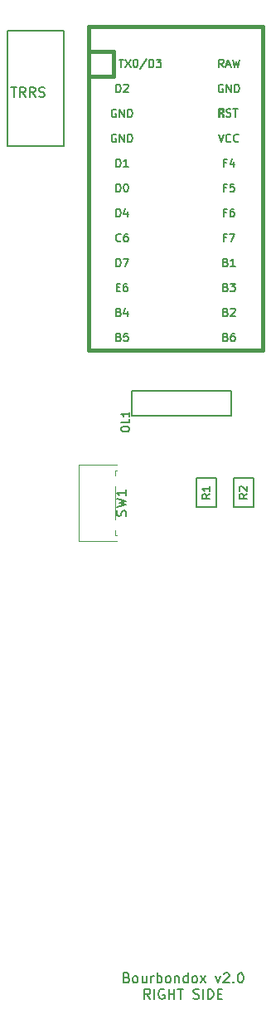
<source format=gto>
G04 #@! TF.GenerationSoftware,KiCad,Pcbnew,5.1.10*
G04 #@! TF.CreationDate,2022-03-09T15:20:40-05:00*
G04 #@! TF.ProjectId,bourbondox2_right,626f7572-626f-46e6-946f-78325f726967,rev?*
G04 #@! TF.SameCoordinates,Original*
G04 #@! TF.FileFunction,Legend,Top*
G04 #@! TF.FilePolarity,Positive*
%FSLAX46Y46*%
G04 Gerber Fmt 4.6, Leading zero omitted, Abs format (unit mm)*
G04 Created by KiCad (PCBNEW 5.1.10) date 2022-03-09 15:20:40*
%MOMM*%
%LPD*%
G01*
G04 APERTURE LIST*
%ADD10C,0.150000*%
%ADD11C,0.381000*%
%ADD12C,0.120000*%
G04 APERTURE END LIST*
D10*
X61706845Y-125309821D02*
X61849702Y-125357440D01*
X61897321Y-125405059D01*
X61944940Y-125500297D01*
X61944940Y-125643154D01*
X61897321Y-125738392D01*
X61849702Y-125786011D01*
X61754464Y-125833630D01*
X61373511Y-125833630D01*
X61373511Y-124833630D01*
X61706845Y-124833630D01*
X61802083Y-124881250D01*
X61849702Y-124928869D01*
X61897321Y-125024107D01*
X61897321Y-125119345D01*
X61849702Y-125214583D01*
X61802083Y-125262202D01*
X61706845Y-125309821D01*
X61373511Y-125309821D01*
X62516369Y-125833630D02*
X62421130Y-125786011D01*
X62373511Y-125738392D01*
X62325892Y-125643154D01*
X62325892Y-125357440D01*
X62373511Y-125262202D01*
X62421130Y-125214583D01*
X62516369Y-125166964D01*
X62659226Y-125166964D01*
X62754464Y-125214583D01*
X62802083Y-125262202D01*
X62849702Y-125357440D01*
X62849702Y-125643154D01*
X62802083Y-125738392D01*
X62754464Y-125786011D01*
X62659226Y-125833630D01*
X62516369Y-125833630D01*
X63706845Y-125166964D02*
X63706845Y-125833630D01*
X63278273Y-125166964D02*
X63278273Y-125690773D01*
X63325892Y-125786011D01*
X63421130Y-125833630D01*
X63563988Y-125833630D01*
X63659226Y-125786011D01*
X63706845Y-125738392D01*
X64183035Y-125833630D02*
X64183035Y-125166964D01*
X64183035Y-125357440D02*
X64230654Y-125262202D01*
X64278273Y-125214583D01*
X64373511Y-125166964D01*
X64468750Y-125166964D01*
X64802083Y-125833630D02*
X64802083Y-124833630D01*
X64802083Y-125214583D02*
X64897321Y-125166964D01*
X65087797Y-125166964D01*
X65183035Y-125214583D01*
X65230654Y-125262202D01*
X65278273Y-125357440D01*
X65278273Y-125643154D01*
X65230654Y-125738392D01*
X65183035Y-125786011D01*
X65087797Y-125833630D01*
X64897321Y-125833630D01*
X64802083Y-125786011D01*
X65849702Y-125833630D02*
X65754464Y-125786011D01*
X65706845Y-125738392D01*
X65659226Y-125643154D01*
X65659226Y-125357440D01*
X65706845Y-125262202D01*
X65754464Y-125214583D01*
X65849702Y-125166964D01*
X65992559Y-125166964D01*
X66087797Y-125214583D01*
X66135416Y-125262202D01*
X66183035Y-125357440D01*
X66183035Y-125643154D01*
X66135416Y-125738392D01*
X66087797Y-125786011D01*
X65992559Y-125833630D01*
X65849702Y-125833630D01*
X66611607Y-125166964D02*
X66611607Y-125833630D01*
X66611607Y-125262202D02*
X66659226Y-125214583D01*
X66754464Y-125166964D01*
X66897321Y-125166964D01*
X66992559Y-125214583D01*
X67040178Y-125309821D01*
X67040178Y-125833630D01*
X67944940Y-125833630D02*
X67944940Y-124833630D01*
X67944940Y-125786011D02*
X67849702Y-125833630D01*
X67659226Y-125833630D01*
X67563988Y-125786011D01*
X67516369Y-125738392D01*
X67468750Y-125643154D01*
X67468750Y-125357440D01*
X67516369Y-125262202D01*
X67563988Y-125214583D01*
X67659226Y-125166964D01*
X67849702Y-125166964D01*
X67944940Y-125214583D01*
X68563988Y-125833630D02*
X68468750Y-125786011D01*
X68421130Y-125738392D01*
X68373511Y-125643154D01*
X68373511Y-125357440D01*
X68421130Y-125262202D01*
X68468750Y-125214583D01*
X68563988Y-125166964D01*
X68706845Y-125166964D01*
X68802083Y-125214583D01*
X68849702Y-125262202D01*
X68897321Y-125357440D01*
X68897321Y-125643154D01*
X68849702Y-125738392D01*
X68802083Y-125786011D01*
X68706845Y-125833630D01*
X68563988Y-125833630D01*
X69230654Y-125833630D02*
X69754464Y-125166964D01*
X69230654Y-125166964D02*
X69754464Y-125833630D01*
X70802083Y-125166964D02*
X71040178Y-125833630D01*
X71278273Y-125166964D01*
X71611607Y-124928869D02*
X71659226Y-124881250D01*
X71754464Y-124833630D01*
X71992559Y-124833630D01*
X72087797Y-124881250D01*
X72135416Y-124928869D01*
X72183035Y-125024107D01*
X72183035Y-125119345D01*
X72135416Y-125262202D01*
X71563988Y-125833630D01*
X72183035Y-125833630D01*
X72611607Y-125738392D02*
X72659226Y-125786011D01*
X72611607Y-125833630D01*
X72563988Y-125786011D01*
X72611607Y-125738392D01*
X72611607Y-125833630D01*
X73278273Y-124833630D02*
X73373511Y-124833630D01*
X73468750Y-124881250D01*
X73516369Y-124928869D01*
X73563988Y-125024107D01*
X73611607Y-125214583D01*
X73611607Y-125452678D01*
X73563988Y-125643154D01*
X73516369Y-125738392D01*
X73468750Y-125786011D01*
X73373511Y-125833630D01*
X73278273Y-125833630D01*
X73183035Y-125786011D01*
X73135416Y-125738392D01*
X73087797Y-125643154D01*
X73040178Y-125452678D01*
X73040178Y-125214583D01*
X73087797Y-125024107D01*
X73135416Y-124928869D01*
X73183035Y-124881250D01*
X73278273Y-124833630D01*
X64087797Y-127483630D02*
X63754464Y-127007440D01*
X63516369Y-127483630D02*
X63516369Y-126483630D01*
X63897321Y-126483630D01*
X63992559Y-126531250D01*
X64040178Y-126578869D01*
X64087797Y-126674107D01*
X64087797Y-126816964D01*
X64040178Y-126912202D01*
X63992559Y-126959821D01*
X63897321Y-127007440D01*
X63516369Y-127007440D01*
X64516369Y-127483630D02*
X64516369Y-126483630D01*
X65516369Y-126531250D02*
X65421130Y-126483630D01*
X65278273Y-126483630D01*
X65135416Y-126531250D01*
X65040178Y-126626488D01*
X64992559Y-126721726D01*
X64944940Y-126912202D01*
X64944940Y-127055059D01*
X64992559Y-127245535D01*
X65040178Y-127340773D01*
X65135416Y-127436011D01*
X65278273Y-127483630D01*
X65373511Y-127483630D01*
X65516369Y-127436011D01*
X65563988Y-127388392D01*
X65563988Y-127055059D01*
X65373511Y-127055059D01*
X65992559Y-127483630D02*
X65992559Y-126483630D01*
X65992559Y-126959821D02*
X66563988Y-126959821D01*
X66563988Y-127483630D02*
X66563988Y-126483630D01*
X66897321Y-126483630D02*
X67468750Y-126483630D01*
X67183035Y-127483630D02*
X67183035Y-126483630D01*
X68516369Y-127436011D02*
X68659226Y-127483630D01*
X68897321Y-127483630D01*
X68992559Y-127436011D01*
X69040178Y-127388392D01*
X69087797Y-127293154D01*
X69087797Y-127197916D01*
X69040178Y-127102678D01*
X68992559Y-127055059D01*
X68897321Y-127007440D01*
X68706845Y-126959821D01*
X68611607Y-126912202D01*
X68563988Y-126864583D01*
X68516369Y-126769345D01*
X68516369Y-126674107D01*
X68563988Y-126578869D01*
X68611607Y-126531250D01*
X68706845Y-126483630D01*
X68944940Y-126483630D01*
X69087797Y-126531250D01*
X69516369Y-127483630D02*
X69516369Y-126483630D01*
X69992559Y-127483630D02*
X69992559Y-126483630D01*
X70230654Y-126483630D01*
X70373511Y-126531250D01*
X70468750Y-126626488D01*
X70516369Y-126721726D01*
X70563988Y-126912202D01*
X70563988Y-127055059D01*
X70516369Y-127245535D01*
X70468750Y-127340773D01*
X70373511Y-127436011D01*
X70230654Y-127483630D01*
X69992559Y-127483630D01*
X70992559Y-126959821D02*
X71325892Y-126959821D01*
X71468750Y-127483630D02*
X70992559Y-127483630D01*
X70992559Y-126483630D01*
X71468750Y-126483630D01*
D11*
G04 #@! TO.C,U1*
X57785000Y-30797500D02*
X57785000Y-61277500D01*
X57785000Y-61277500D02*
X75565000Y-61277500D01*
X75565000Y-61277500D02*
X75565000Y-30797500D01*
X60325000Y-30797500D02*
X60325000Y-33337500D01*
X60325000Y-33337500D02*
X57785000Y-33337500D01*
D10*
G36*
X71606568Y-36676860D02*
G01*
X71606568Y-36976860D01*
X71506568Y-36976860D01*
X71506568Y-36676860D01*
X71606568Y-36676860D01*
G37*
X71606568Y-36676860D02*
X71606568Y-36976860D01*
X71506568Y-36976860D01*
X71506568Y-36676860D01*
X71606568Y-36676860D01*
G36*
X71406568Y-37076860D02*
G01*
X71406568Y-37176860D01*
X71306568Y-37176860D01*
X71306568Y-37076860D01*
X71406568Y-37076860D01*
G37*
X71406568Y-37076860D02*
X71406568Y-37176860D01*
X71306568Y-37176860D01*
X71306568Y-37076860D01*
X71406568Y-37076860D01*
G36*
X71606568Y-36676860D02*
G01*
X71606568Y-36776860D01*
X71106568Y-36776860D01*
X71106568Y-36676860D01*
X71606568Y-36676860D01*
G37*
X71606568Y-36676860D02*
X71606568Y-36776860D01*
X71106568Y-36776860D01*
X71106568Y-36676860D01*
X71606568Y-36676860D01*
G36*
X71206568Y-36676860D02*
G01*
X71206568Y-37476860D01*
X71106568Y-37476860D01*
X71106568Y-36676860D01*
X71206568Y-36676860D01*
G37*
X71206568Y-36676860D02*
X71206568Y-37476860D01*
X71106568Y-37476860D01*
X71106568Y-36676860D01*
X71206568Y-36676860D01*
G36*
X71606568Y-37276860D02*
G01*
X71606568Y-37476860D01*
X71506568Y-37476860D01*
X71506568Y-37276860D01*
X71606568Y-37276860D01*
G37*
X71606568Y-37276860D02*
X71606568Y-37476860D01*
X71506568Y-37476860D01*
X71506568Y-37276860D01*
X71606568Y-37276860D01*
D11*
X75565000Y-30797500D02*
X75565000Y-28257500D01*
X75565000Y-28257500D02*
X57785000Y-28257500D01*
X57785000Y-28257500D02*
X57785000Y-30797500D01*
X60325000Y-30797500D02*
X57785000Y-30797500D01*
D12*
G04 #@! TO.C,SW1*
X60501250Y-80215000D02*
X60731250Y-80215000D01*
X56831250Y-80735000D02*
X56831250Y-73015000D01*
X56831250Y-73015000D02*
X60731250Y-73015000D01*
X56831250Y-80735000D02*
X60731250Y-80735000D01*
X60501250Y-73535000D02*
X60731250Y-73535000D01*
X60501250Y-74075000D02*
X60501250Y-73535000D01*
X60501250Y-80215000D02*
X60501250Y-79675000D01*
X60501250Y-78575000D02*
X60501250Y-75175000D01*
D10*
G04 #@! TO.C,R2*
X74625000Y-74337359D02*
X72623480Y-74337359D01*
X72623480Y-74337359D02*
X72623480Y-77339639D01*
X72623480Y-77339639D02*
X74625000Y-77339639D01*
X74625000Y-77339639D02*
X74625000Y-74337359D01*
G04 #@! TO.C,R1*
X70850760Y-74337359D02*
X68849240Y-74337359D01*
X68849240Y-74337359D02*
X68849240Y-77339639D01*
X68849240Y-77339639D02*
X70850760Y-77339639D01*
X70850760Y-77339639D02*
X70850760Y-74337359D01*
G04 #@! TO.C,OL1*
X62230000Y-67945000D02*
X72390000Y-67945000D01*
X62230000Y-65405000D02*
X72390000Y-65405000D01*
X72390000Y-65405000D02*
X72390000Y-67945000D01*
X62230000Y-67945000D02*
X62230000Y-65405000D01*
G04 #@! TO.C,J1*
X49487500Y-28725000D02*
X55287500Y-28725000D01*
X55287500Y-28725000D02*
X55287500Y-40475000D01*
X55287500Y-40475000D02*
X49487500Y-40475000D01*
X49487500Y-40475000D02*
X49487500Y-28725000D01*
G04 #@! TO.C,U1*
X60912651Y-31629404D02*
X61369794Y-31629404D01*
X61141223Y-32429404D02*
X61141223Y-31629404D01*
X61560270Y-31629404D02*
X62093604Y-32429404D01*
X62093604Y-31629404D02*
X61560270Y-32429404D01*
X62550747Y-31629404D02*
X62626937Y-31629404D01*
X62703128Y-31667500D01*
X62741223Y-31705595D01*
X62779318Y-31781785D01*
X62817413Y-31934166D01*
X62817413Y-32124642D01*
X62779318Y-32277023D01*
X62741223Y-32353214D01*
X62703128Y-32391309D01*
X62626937Y-32429404D01*
X62550747Y-32429404D01*
X62474556Y-32391309D01*
X62436461Y-32353214D01*
X62398366Y-32277023D01*
X62360270Y-32124642D01*
X62360270Y-31934166D01*
X62398366Y-31781785D01*
X62436461Y-31705595D01*
X62474556Y-31667500D01*
X62550747Y-31629404D01*
X63731699Y-31591309D02*
X63045985Y-32619880D01*
X63998366Y-32429404D02*
X63998366Y-31629404D01*
X64188842Y-31629404D01*
X64303128Y-31667500D01*
X64379318Y-31743690D01*
X64417413Y-31819880D01*
X64455508Y-31972261D01*
X64455508Y-32086547D01*
X64417413Y-32238928D01*
X64379318Y-32315119D01*
X64303128Y-32391309D01*
X64188842Y-32429404D01*
X63998366Y-32429404D01*
X64722175Y-31629404D02*
X65217413Y-31629404D01*
X64950747Y-31934166D01*
X65065032Y-31934166D01*
X65141223Y-31972261D01*
X65179318Y-32010357D01*
X65217413Y-32086547D01*
X65217413Y-32277023D01*
X65179318Y-32353214D01*
X65141223Y-32391309D01*
X65065032Y-32429404D01*
X64836461Y-32429404D01*
X64760270Y-32391309D01*
X64722175Y-32353214D01*
X60623523Y-34969404D02*
X60623523Y-34169404D01*
X60814000Y-34169404D01*
X60928285Y-34207500D01*
X61004476Y-34283690D01*
X61042571Y-34359880D01*
X61080666Y-34512261D01*
X61080666Y-34626547D01*
X61042571Y-34778928D01*
X61004476Y-34855119D01*
X60928285Y-34931309D01*
X60814000Y-34969404D01*
X60623523Y-34969404D01*
X61385428Y-34245595D02*
X61423523Y-34207500D01*
X61499714Y-34169404D01*
X61690190Y-34169404D01*
X61766380Y-34207500D01*
X61804476Y-34245595D01*
X61842571Y-34321785D01*
X61842571Y-34397976D01*
X61804476Y-34512261D01*
X61347333Y-34969404D01*
X61842571Y-34969404D01*
X60623523Y-45129404D02*
X60623523Y-44329404D01*
X60814000Y-44329404D01*
X60928285Y-44367500D01*
X61004476Y-44443690D01*
X61042571Y-44519880D01*
X61080666Y-44672261D01*
X61080666Y-44786547D01*
X61042571Y-44938928D01*
X61004476Y-45015119D01*
X60928285Y-45091309D01*
X60814000Y-45129404D01*
X60623523Y-45129404D01*
X61575904Y-44329404D02*
X61652095Y-44329404D01*
X61728285Y-44367500D01*
X61766380Y-44405595D01*
X61804476Y-44481785D01*
X61842571Y-44634166D01*
X61842571Y-44824642D01*
X61804476Y-44977023D01*
X61766380Y-45053214D01*
X61728285Y-45091309D01*
X61652095Y-45129404D01*
X61575904Y-45129404D01*
X61499714Y-45091309D01*
X61461619Y-45053214D01*
X61423523Y-44977023D01*
X61385428Y-44824642D01*
X61385428Y-44634166D01*
X61423523Y-44481785D01*
X61461619Y-44405595D01*
X61499714Y-44367500D01*
X61575904Y-44329404D01*
X60623523Y-42589404D02*
X60623523Y-41789404D01*
X60814000Y-41789404D01*
X60928285Y-41827500D01*
X61004476Y-41903690D01*
X61042571Y-41979880D01*
X61080666Y-42132261D01*
X61080666Y-42246547D01*
X61042571Y-42398928D01*
X61004476Y-42475119D01*
X60928285Y-42551309D01*
X60814000Y-42589404D01*
X60623523Y-42589404D01*
X61842571Y-42589404D02*
X61385428Y-42589404D01*
X61614000Y-42589404D02*
X61614000Y-41789404D01*
X61537809Y-41903690D01*
X61461619Y-41979880D01*
X61385428Y-42017976D01*
X60604476Y-39287500D02*
X60528285Y-39249404D01*
X60414000Y-39249404D01*
X60299714Y-39287500D01*
X60223523Y-39363690D01*
X60185428Y-39439880D01*
X60147333Y-39592261D01*
X60147333Y-39706547D01*
X60185428Y-39858928D01*
X60223523Y-39935119D01*
X60299714Y-40011309D01*
X60414000Y-40049404D01*
X60490190Y-40049404D01*
X60604476Y-40011309D01*
X60642571Y-39973214D01*
X60642571Y-39706547D01*
X60490190Y-39706547D01*
X60985428Y-40049404D02*
X60985428Y-39249404D01*
X61442571Y-40049404D01*
X61442571Y-39249404D01*
X61823523Y-40049404D02*
X61823523Y-39249404D01*
X62014000Y-39249404D01*
X62128285Y-39287500D01*
X62204476Y-39363690D01*
X62242571Y-39439880D01*
X62280666Y-39592261D01*
X62280666Y-39706547D01*
X62242571Y-39858928D01*
X62204476Y-39935119D01*
X62128285Y-40011309D01*
X62014000Y-40049404D01*
X61823523Y-40049404D01*
X60604476Y-36747500D02*
X60528285Y-36709404D01*
X60414000Y-36709404D01*
X60299714Y-36747500D01*
X60223523Y-36823690D01*
X60185428Y-36899880D01*
X60147333Y-37052261D01*
X60147333Y-37166547D01*
X60185428Y-37318928D01*
X60223523Y-37395119D01*
X60299714Y-37471309D01*
X60414000Y-37509404D01*
X60490190Y-37509404D01*
X60604476Y-37471309D01*
X60642571Y-37433214D01*
X60642571Y-37166547D01*
X60490190Y-37166547D01*
X60985428Y-37509404D02*
X60985428Y-36709404D01*
X61442571Y-37509404D01*
X61442571Y-36709404D01*
X61823523Y-37509404D02*
X61823523Y-36709404D01*
X62014000Y-36709404D01*
X62128285Y-36747500D01*
X62204476Y-36823690D01*
X62242571Y-36899880D01*
X62280666Y-37052261D01*
X62280666Y-37166547D01*
X62242571Y-37318928D01*
X62204476Y-37395119D01*
X62128285Y-37471309D01*
X62014000Y-37509404D01*
X61823523Y-37509404D01*
X60623523Y-47669404D02*
X60623523Y-46869404D01*
X60814000Y-46869404D01*
X60928285Y-46907500D01*
X61004476Y-46983690D01*
X61042571Y-47059880D01*
X61080666Y-47212261D01*
X61080666Y-47326547D01*
X61042571Y-47478928D01*
X61004476Y-47555119D01*
X60928285Y-47631309D01*
X60814000Y-47669404D01*
X60623523Y-47669404D01*
X61766380Y-47136071D02*
X61766380Y-47669404D01*
X61575904Y-46831309D02*
X61385428Y-47402738D01*
X61880666Y-47402738D01*
X61080666Y-50133214D02*
X61042571Y-50171309D01*
X60928285Y-50209404D01*
X60852095Y-50209404D01*
X60737809Y-50171309D01*
X60661619Y-50095119D01*
X60623523Y-50018928D01*
X60585428Y-49866547D01*
X60585428Y-49752261D01*
X60623523Y-49599880D01*
X60661619Y-49523690D01*
X60737809Y-49447500D01*
X60852095Y-49409404D01*
X60928285Y-49409404D01*
X61042571Y-49447500D01*
X61080666Y-49485595D01*
X61766380Y-49409404D02*
X61614000Y-49409404D01*
X61537809Y-49447500D01*
X61499714Y-49485595D01*
X61423523Y-49599880D01*
X61385428Y-49752261D01*
X61385428Y-50057023D01*
X61423523Y-50133214D01*
X61461619Y-50171309D01*
X61537809Y-50209404D01*
X61690190Y-50209404D01*
X61766380Y-50171309D01*
X61804476Y-50133214D01*
X61842571Y-50057023D01*
X61842571Y-49866547D01*
X61804476Y-49790357D01*
X61766380Y-49752261D01*
X61690190Y-49714166D01*
X61537809Y-49714166D01*
X61461619Y-49752261D01*
X61423523Y-49790357D01*
X61385428Y-49866547D01*
X60623523Y-52749404D02*
X60623523Y-51949404D01*
X60814000Y-51949404D01*
X60928285Y-51987500D01*
X61004476Y-52063690D01*
X61042571Y-52139880D01*
X61080666Y-52292261D01*
X61080666Y-52406547D01*
X61042571Y-52558928D01*
X61004476Y-52635119D01*
X60928285Y-52711309D01*
X60814000Y-52749404D01*
X60623523Y-52749404D01*
X61347333Y-51949404D02*
X61880666Y-51949404D01*
X61537809Y-52749404D01*
X60661619Y-54870357D02*
X60928285Y-54870357D01*
X61042571Y-55289404D02*
X60661619Y-55289404D01*
X60661619Y-54489404D01*
X61042571Y-54489404D01*
X61728285Y-54489404D02*
X61575904Y-54489404D01*
X61499714Y-54527500D01*
X61461619Y-54565595D01*
X61385428Y-54679880D01*
X61347333Y-54832261D01*
X61347333Y-55137023D01*
X61385428Y-55213214D01*
X61423523Y-55251309D01*
X61499714Y-55289404D01*
X61652095Y-55289404D01*
X61728285Y-55251309D01*
X61766380Y-55213214D01*
X61804476Y-55137023D01*
X61804476Y-54946547D01*
X61766380Y-54870357D01*
X61728285Y-54832261D01*
X61652095Y-54794166D01*
X61499714Y-54794166D01*
X61423523Y-54832261D01*
X61385428Y-54870357D01*
X61347333Y-54946547D01*
X60890190Y-57410357D02*
X61004476Y-57448452D01*
X61042571Y-57486547D01*
X61080666Y-57562738D01*
X61080666Y-57677023D01*
X61042571Y-57753214D01*
X61004476Y-57791309D01*
X60928285Y-57829404D01*
X60623523Y-57829404D01*
X60623523Y-57029404D01*
X60890190Y-57029404D01*
X60966380Y-57067500D01*
X61004476Y-57105595D01*
X61042571Y-57181785D01*
X61042571Y-57257976D01*
X61004476Y-57334166D01*
X60966380Y-57372261D01*
X60890190Y-57410357D01*
X60623523Y-57410357D01*
X61766380Y-57296071D02*
X61766380Y-57829404D01*
X61575904Y-56991309D02*
X61385428Y-57562738D01*
X61880666Y-57562738D01*
X60890190Y-59950357D02*
X61004476Y-59988452D01*
X61042571Y-60026547D01*
X61080666Y-60102738D01*
X61080666Y-60217023D01*
X61042571Y-60293214D01*
X61004476Y-60331309D01*
X60928285Y-60369404D01*
X60623523Y-60369404D01*
X60623523Y-59569404D01*
X60890190Y-59569404D01*
X60966380Y-59607500D01*
X61004476Y-59645595D01*
X61042571Y-59721785D01*
X61042571Y-59797976D01*
X61004476Y-59874166D01*
X60966380Y-59912261D01*
X60890190Y-59950357D01*
X60623523Y-59950357D01*
X61804476Y-59569404D02*
X61423523Y-59569404D01*
X61385428Y-59950357D01*
X61423523Y-59912261D01*
X61499714Y-59874166D01*
X61690190Y-59874166D01*
X61766380Y-59912261D01*
X61804476Y-59950357D01*
X61842571Y-60026547D01*
X61842571Y-60217023D01*
X61804476Y-60293214D01*
X61766380Y-60331309D01*
X61690190Y-60369404D01*
X61499714Y-60369404D01*
X61423523Y-60331309D01*
X61385428Y-60293214D01*
X71812190Y-59950357D02*
X71926476Y-59988452D01*
X71964571Y-60026547D01*
X72002666Y-60102738D01*
X72002666Y-60217023D01*
X71964571Y-60293214D01*
X71926476Y-60331309D01*
X71850285Y-60369404D01*
X71545523Y-60369404D01*
X71545523Y-59569404D01*
X71812190Y-59569404D01*
X71888380Y-59607500D01*
X71926476Y-59645595D01*
X71964571Y-59721785D01*
X71964571Y-59797976D01*
X71926476Y-59874166D01*
X71888380Y-59912261D01*
X71812190Y-59950357D01*
X71545523Y-59950357D01*
X72688380Y-59569404D02*
X72536000Y-59569404D01*
X72459809Y-59607500D01*
X72421714Y-59645595D01*
X72345523Y-59759880D01*
X72307428Y-59912261D01*
X72307428Y-60217023D01*
X72345523Y-60293214D01*
X72383619Y-60331309D01*
X72459809Y-60369404D01*
X72612190Y-60369404D01*
X72688380Y-60331309D01*
X72726476Y-60293214D01*
X72764571Y-60217023D01*
X72764571Y-60026547D01*
X72726476Y-59950357D01*
X72688380Y-59912261D01*
X72612190Y-59874166D01*
X72459809Y-59874166D01*
X72383619Y-59912261D01*
X72345523Y-59950357D01*
X72307428Y-60026547D01*
X71812190Y-54870357D02*
X71926476Y-54908452D01*
X71964571Y-54946547D01*
X72002666Y-55022738D01*
X72002666Y-55137023D01*
X71964571Y-55213214D01*
X71926476Y-55251309D01*
X71850285Y-55289404D01*
X71545523Y-55289404D01*
X71545523Y-54489404D01*
X71812190Y-54489404D01*
X71888380Y-54527500D01*
X71926476Y-54565595D01*
X71964571Y-54641785D01*
X71964571Y-54717976D01*
X71926476Y-54794166D01*
X71888380Y-54832261D01*
X71812190Y-54870357D01*
X71545523Y-54870357D01*
X72269333Y-54489404D02*
X72764571Y-54489404D01*
X72497904Y-54794166D01*
X72612190Y-54794166D01*
X72688380Y-54832261D01*
X72726476Y-54870357D01*
X72764571Y-54946547D01*
X72764571Y-55137023D01*
X72726476Y-55213214D01*
X72688380Y-55251309D01*
X72612190Y-55289404D01*
X72383619Y-55289404D01*
X72307428Y-55251309D01*
X72269333Y-55213214D01*
X71812190Y-52330357D02*
X71926476Y-52368452D01*
X71964571Y-52406547D01*
X72002666Y-52482738D01*
X72002666Y-52597023D01*
X71964571Y-52673214D01*
X71926476Y-52711309D01*
X71850285Y-52749404D01*
X71545523Y-52749404D01*
X71545523Y-51949404D01*
X71812190Y-51949404D01*
X71888380Y-51987500D01*
X71926476Y-52025595D01*
X71964571Y-52101785D01*
X71964571Y-52177976D01*
X71926476Y-52254166D01*
X71888380Y-52292261D01*
X71812190Y-52330357D01*
X71545523Y-52330357D01*
X72764571Y-52749404D02*
X72307428Y-52749404D01*
X72536000Y-52749404D02*
X72536000Y-51949404D01*
X72459809Y-52063690D01*
X72383619Y-52139880D01*
X72307428Y-52177976D01*
X71869333Y-42170357D02*
X71602666Y-42170357D01*
X71602666Y-42589404D02*
X71602666Y-41789404D01*
X71983619Y-41789404D01*
X72631238Y-42056071D02*
X72631238Y-42589404D01*
X72440761Y-41751309D02*
X72250285Y-42322738D01*
X72745523Y-42322738D01*
X71069333Y-39249404D02*
X71336000Y-40049404D01*
X71602666Y-39249404D01*
X72326476Y-39973214D02*
X72288380Y-40011309D01*
X72174095Y-40049404D01*
X72097904Y-40049404D01*
X71983619Y-40011309D01*
X71907428Y-39935119D01*
X71869333Y-39858928D01*
X71831238Y-39706547D01*
X71831238Y-39592261D01*
X71869333Y-39439880D01*
X71907428Y-39363690D01*
X71983619Y-39287500D01*
X72097904Y-39249404D01*
X72174095Y-39249404D01*
X72288380Y-39287500D01*
X72326476Y-39325595D01*
X73126476Y-39973214D02*
X73088380Y-40011309D01*
X72974095Y-40049404D01*
X72897904Y-40049404D01*
X72783619Y-40011309D01*
X72707428Y-39935119D01*
X72669333Y-39858928D01*
X72631238Y-39706547D01*
X72631238Y-39592261D01*
X72669333Y-39439880D01*
X72707428Y-39363690D01*
X72783619Y-39287500D01*
X72897904Y-39249404D01*
X72974095Y-39249404D01*
X73088380Y-39287500D01*
X73126476Y-39325595D01*
X71874786Y-37441309D02*
X71989072Y-37479404D01*
X72179548Y-37479404D01*
X72255739Y-37441309D01*
X72293834Y-37403214D01*
X72331929Y-37327023D01*
X72331929Y-37250833D01*
X72293834Y-37174642D01*
X72255739Y-37136547D01*
X72179548Y-37098452D01*
X72027167Y-37060357D01*
X71950977Y-37022261D01*
X71912881Y-36984166D01*
X71874786Y-36907976D01*
X71874786Y-36831785D01*
X71912881Y-36755595D01*
X71950977Y-36717500D01*
X72027167Y-36679404D01*
X72217643Y-36679404D01*
X72331929Y-36717500D01*
X72560500Y-36679404D02*
X73017643Y-36679404D01*
X72789072Y-37479404D02*
X72789072Y-36679404D01*
X71526476Y-34207500D02*
X71450285Y-34169404D01*
X71336000Y-34169404D01*
X71221714Y-34207500D01*
X71145523Y-34283690D01*
X71107428Y-34359880D01*
X71069333Y-34512261D01*
X71069333Y-34626547D01*
X71107428Y-34778928D01*
X71145523Y-34855119D01*
X71221714Y-34931309D01*
X71336000Y-34969404D01*
X71412190Y-34969404D01*
X71526476Y-34931309D01*
X71564571Y-34893214D01*
X71564571Y-34626547D01*
X71412190Y-34626547D01*
X71907428Y-34969404D02*
X71907428Y-34169404D01*
X72364571Y-34969404D01*
X72364571Y-34169404D01*
X72745523Y-34969404D02*
X72745523Y-34169404D01*
X72936000Y-34169404D01*
X73050285Y-34207500D01*
X73126476Y-34283690D01*
X73164571Y-34359880D01*
X73202666Y-34512261D01*
X73202666Y-34626547D01*
X73164571Y-34778928D01*
X73126476Y-34855119D01*
X73050285Y-34931309D01*
X72936000Y-34969404D01*
X72745523Y-34969404D01*
X71583619Y-32429404D02*
X71316952Y-32048452D01*
X71126476Y-32429404D02*
X71126476Y-31629404D01*
X71431238Y-31629404D01*
X71507428Y-31667500D01*
X71545523Y-31705595D01*
X71583619Y-31781785D01*
X71583619Y-31896071D01*
X71545523Y-31972261D01*
X71507428Y-32010357D01*
X71431238Y-32048452D01*
X71126476Y-32048452D01*
X71888380Y-32200833D02*
X72269333Y-32200833D01*
X71812190Y-32429404D02*
X72078857Y-31629404D01*
X72345523Y-32429404D01*
X72536000Y-31629404D02*
X72726476Y-32429404D01*
X72878857Y-31857976D01*
X73031238Y-32429404D01*
X73221714Y-31629404D01*
X71869333Y-44710357D02*
X71602666Y-44710357D01*
X71602666Y-45129404D02*
X71602666Y-44329404D01*
X71983619Y-44329404D01*
X72669333Y-44329404D02*
X72288380Y-44329404D01*
X72250285Y-44710357D01*
X72288380Y-44672261D01*
X72364571Y-44634166D01*
X72555047Y-44634166D01*
X72631238Y-44672261D01*
X72669333Y-44710357D01*
X72707428Y-44786547D01*
X72707428Y-44977023D01*
X72669333Y-45053214D01*
X72631238Y-45091309D01*
X72555047Y-45129404D01*
X72364571Y-45129404D01*
X72288380Y-45091309D01*
X72250285Y-45053214D01*
X71869333Y-47250357D02*
X71602666Y-47250357D01*
X71602666Y-47669404D02*
X71602666Y-46869404D01*
X71983619Y-46869404D01*
X72631238Y-46869404D02*
X72478857Y-46869404D01*
X72402666Y-46907500D01*
X72364571Y-46945595D01*
X72288380Y-47059880D01*
X72250285Y-47212261D01*
X72250285Y-47517023D01*
X72288380Y-47593214D01*
X72326476Y-47631309D01*
X72402666Y-47669404D01*
X72555047Y-47669404D01*
X72631238Y-47631309D01*
X72669333Y-47593214D01*
X72707428Y-47517023D01*
X72707428Y-47326547D01*
X72669333Y-47250357D01*
X72631238Y-47212261D01*
X72555047Y-47174166D01*
X72402666Y-47174166D01*
X72326476Y-47212261D01*
X72288380Y-47250357D01*
X72250285Y-47326547D01*
X71869333Y-49790357D02*
X71602666Y-49790357D01*
X71602666Y-50209404D02*
X71602666Y-49409404D01*
X71983619Y-49409404D01*
X72212190Y-49409404D02*
X72745523Y-49409404D01*
X72402666Y-50209404D01*
X71812190Y-57410357D02*
X71926476Y-57448452D01*
X71964571Y-57486547D01*
X72002666Y-57562738D01*
X72002666Y-57677023D01*
X71964571Y-57753214D01*
X71926476Y-57791309D01*
X71850285Y-57829404D01*
X71545523Y-57829404D01*
X71545523Y-57029404D01*
X71812190Y-57029404D01*
X71888380Y-57067500D01*
X71926476Y-57105595D01*
X71964571Y-57181785D01*
X71964571Y-57257976D01*
X71926476Y-57334166D01*
X71888380Y-57372261D01*
X71812190Y-57410357D01*
X71545523Y-57410357D01*
X72307428Y-57105595D02*
X72345523Y-57067500D01*
X72421714Y-57029404D01*
X72612190Y-57029404D01*
X72688380Y-57067500D01*
X72726476Y-57105595D01*
X72764571Y-57181785D01*
X72764571Y-57257976D01*
X72726476Y-57372261D01*
X72269333Y-57829404D01*
X72764571Y-57829404D01*
G04 #@! TO.C,SW1*
X61616011Y-78208333D02*
X61663630Y-78065476D01*
X61663630Y-77827380D01*
X61616011Y-77732142D01*
X61568392Y-77684523D01*
X61473154Y-77636904D01*
X61377916Y-77636904D01*
X61282678Y-77684523D01*
X61235059Y-77732142D01*
X61187440Y-77827380D01*
X61139821Y-78017857D01*
X61092202Y-78113095D01*
X61044583Y-78160714D01*
X60949345Y-78208333D01*
X60854107Y-78208333D01*
X60758869Y-78160714D01*
X60711250Y-78113095D01*
X60663630Y-78017857D01*
X60663630Y-77779761D01*
X60711250Y-77636904D01*
X60663630Y-77303571D02*
X61663630Y-77065476D01*
X60949345Y-76875000D01*
X61663630Y-76684523D01*
X60663630Y-76446428D01*
X61663630Y-75541666D02*
X61663630Y-76113095D01*
X61663630Y-75827380D02*
X60663630Y-75827380D01*
X60806488Y-75922619D01*
X60901726Y-76017857D01*
X60949345Y-76113095D01*
G04 #@! TO.C,R2*
X73986144Y-75971832D02*
X73605192Y-76238499D01*
X73986144Y-76428975D02*
X73186144Y-76428975D01*
X73186144Y-76124213D01*
X73224240Y-76048022D01*
X73262335Y-76009927D01*
X73338525Y-75971832D01*
X73452811Y-75971832D01*
X73529001Y-76009927D01*
X73567097Y-76048022D01*
X73605192Y-76124213D01*
X73605192Y-76428975D01*
X73262335Y-75667070D02*
X73224240Y-75628975D01*
X73186144Y-75552784D01*
X73186144Y-75362308D01*
X73224240Y-75286118D01*
X73262335Y-75248022D01*
X73338525Y-75209927D01*
X73414716Y-75209927D01*
X73529001Y-75248022D01*
X73986144Y-75705165D01*
X73986144Y-75209927D01*
G04 #@! TO.C,R1*
X70211904Y-75971832D02*
X69830952Y-76238499D01*
X70211904Y-76428975D02*
X69411904Y-76428975D01*
X69411904Y-76124213D01*
X69450000Y-76048022D01*
X69488095Y-76009927D01*
X69564285Y-75971832D01*
X69678571Y-75971832D01*
X69754761Y-76009927D01*
X69792857Y-76048022D01*
X69830952Y-76124213D01*
X69830952Y-76428975D01*
X70211904Y-75209927D02*
X70211904Y-75667070D01*
X70211904Y-75438499D02*
X69411904Y-75438499D01*
X69526190Y-75514689D01*
X69602380Y-75590879D01*
X69640476Y-75667070D01*
G04 #@! TO.C,OL1*
X61139895Y-69398447D02*
X61139895Y-69243628D01*
X61178600Y-69166219D01*
X61256009Y-69088809D01*
X61410828Y-69050104D01*
X61681761Y-69050104D01*
X61836580Y-69088809D01*
X61913990Y-69166219D01*
X61952695Y-69243628D01*
X61952695Y-69398447D01*
X61913990Y-69475857D01*
X61836580Y-69553266D01*
X61681761Y-69591971D01*
X61410828Y-69591971D01*
X61256009Y-69553266D01*
X61178600Y-69475857D01*
X61139895Y-69398447D01*
X61952695Y-68314714D02*
X61952695Y-68701761D01*
X61139895Y-68701761D01*
X61952695Y-67618028D02*
X61952695Y-68082485D01*
X61952695Y-67850257D02*
X61139895Y-67850257D01*
X61256009Y-67927666D01*
X61333419Y-68005076D01*
X61372123Y-68082485D01*
G04 #@! TO.C,J1*
X49875595Y-34477380D02*
X50447023Y-34477380D01*
X50161309Y-35477380D02*
X50161309Y-34477380D01*
X51351785Y-35477380D02*
X51018452Y-35001190D01*
X50780357Y-35477380D02*
X50780357Y-34477380D01*
X51161309Y-34477380D01*
X51256547Y-34525000D01*
X51304166Y-34572619D01*
X51351785Y-34667857D01*
X51351785Y-34810714D01*
X51304166Y-34905952D01*
X51256547Y-34953571D01*
X51161309Y-35001190D01*
X50780357Y-35001190D01*
X52351785Y-35477380D02*
X52018452Y-35001190D01*
X51780357Y-35477380D02*
X51780357Y-34477380D01*
X52161309Y-34477380D01*
X52256547Y-34525000D01*
X52304166Y-34572619D01*
X52351785Y-34667857D01*
X52351785Y-34810714D01*
X52304166Y-34905952D01*
X52256547Y-34953571D01*
X52161309Y-35001190D01*
X51780357Y-35001190D01*
X52732738Y-35429761D02*
X52875595Y-35477380D01*
X53113690Y-35477380D01*
X53208928Y-35429761D01*
X53256547Y-35382142D01*
X53304166Y-35286904D01*
X53304166Y-35191666D01*
X53256547Y-35096428D01*
X53208928Y-35048809D01*
X53113690Y-35001190D01*
X52923214Y-34953571D01*
X52827976Y-34905952D01*
X52780357Y-34858333D01*
X52732738Y-34763095D01*
X52732738Y-34667857D01*
X52780357Y-34572619D01*
X52827976Y-34525000D01*
X52923214Y-34477380D01*
X53161309Y-34477380D01*
X53304166Y-34525000D01*
G04 #@! TD*
M02*

</source>
